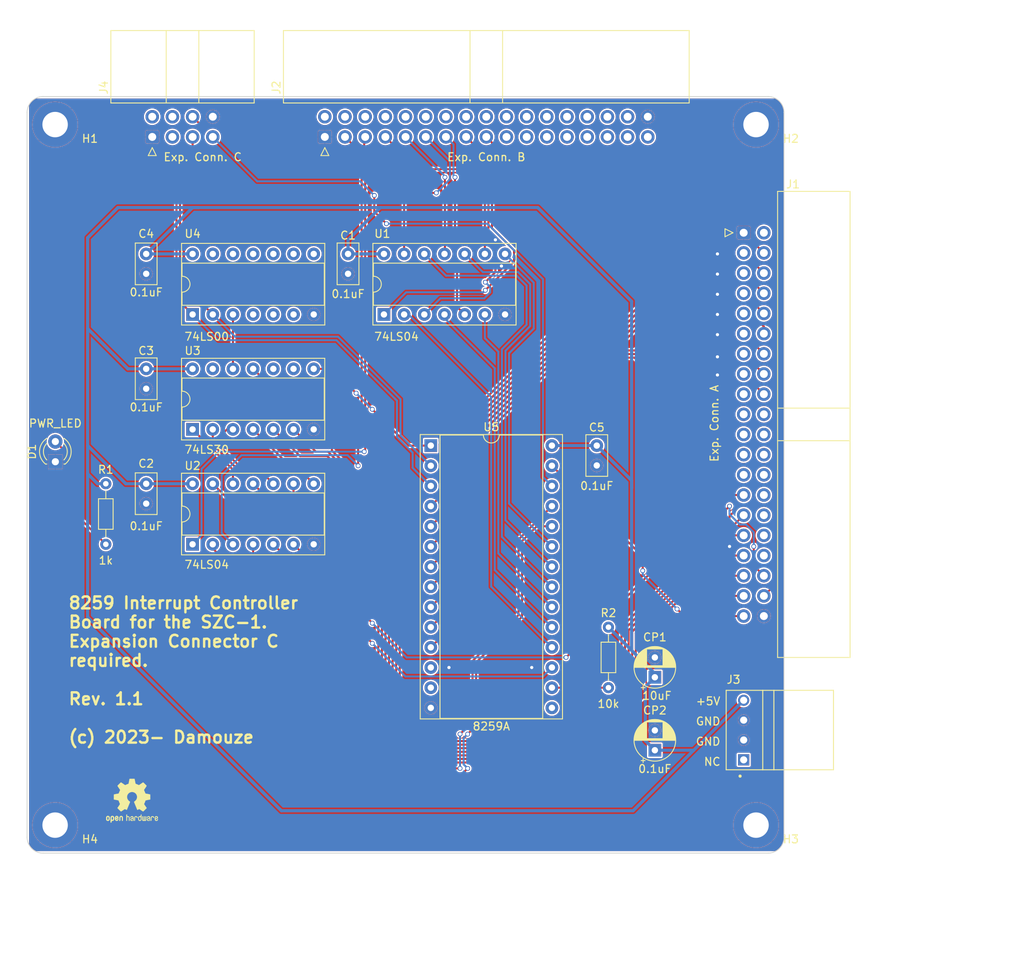
<source format=kicad_pcb>
(kicad_pcb (version 20221018) (generator pcbnew)
  (title_block (title "8259 Interrupt Controller Board for the SZC-1") (date "2024-03-10") (rev "1.1") (comment 1 "Expansion Connector C required"))
  (layers (0 "F.Cu" mixed) (31 "B.Cu" mixed) (34 "B.Paste" user) (35 "F.Paste" user) (36 "B.SilkS" user "B.Silkscreen") (37 "F.SilkS" user "F.Silkscreen") (38 "B.Mask" user) (39 "F.Mask" user) (44 "Edge.Cuts" user))
  (net 0 "")
  (net 1 "/+5V")
  (net 2 "/GND")
  (net 3 "/~{NMI}")
  (net 4 "/~{RESET}")
  (net 5 "/BUS_CLK")
  (net 6 "/CPU_CLK")
  (net 7 "/~{B_M1}")
  (net 8 "/~{B_IORQ}")
  (net 9 "/~{B_MREQ}")
  (net 10 "/~{B_WR}")
  (net 11 "/~{B_RD}")
  (net 12 "/~{WAIT}")
  (net 13 "/~{B_RFSH}")
  (net 14 "/A21")
  (net 15 "/A20")
  (net 16 "/A19")
  (net 17 "/A18")
  (net 18 "/A17")
  (net 19 "/A16")
  (net 20 "/USER2")
  (net 21 "/USER1")
  (net 22 "/USER3")
  (net 23 "/USER0")
  (net 24 "/B_D7")
  (net 25 "/B_D6")
  (net 26 "/B_D5")
  (net 27 "/B_D4")
  (net 28 "/B_D3")
  (net 29 "/B_D2")
  (net 30 "/B_D1")
  (net 31 "/B_D0")
  (net 32 "/B_A15")
  (net 33 "/B_A14")
  (net 34 "/B_A13")
  (net 35 "/B_A12")
  (net 36 "/~{INT7}")
  (net 37 "/B_A11")
  (net 38 "/~{INT6}")
  (net 39 "/B_A10")
  (net 40 "/~{INT5}")
  (net 41 "/B_A9")
  (net 42 "/~{INT4}")
  (net 43 "/B_A8")
  (net 44 "/~{INT3}")
  (net 45 "/B_A7")
  (net 46 "/~{INT2}")
  (net 47 "/B_A6")
  (net 48 "/B_A5")
  (net 49 "/B_A4")
  (net 50 "/B_A3")
  (net 51 "/B_A2")
  (net 52 "/B_A1")
  (net 53 "/B_A0")
  (net 54 "/~{INT0}")
  (net 55 "/~{INT1}")
  (net 56 "/USER15")
  (net 57 "/~{INT}")
  (net 58 "/~{B_BUSACK}")
  (net 59 "/USER14")
  (net 60 "/USER13")
  (net 61 "/USER12")
  (net 62 "/USER11")
  (net 63 "/USER10")
  (net 64 "/USER9")
  (net 65 "/USER8")
  (net 66 "/USER7")
  (net 67 "/A23")
  (net 68 "/USER6")
  (net 69 "/A22")
  (net 70 "/USER5")
  (net 71 "/USER4")
  (net 72 "/~{BUSREQ}")
  (net 73 "Net-(D1-A)")
  (net 76 "/~{MEMR}")
  (net 77 "/~{MEMW}")
  (net 78 "/~{IOR}")
  (net 79 "/~{IOW}")
  (net 80 "/~{INTA}")
  (net 81 "/~{PIC_PLUP}")
  (net 82 "/INT0")
  (net 83 "/INT1")
  (net 84 "/INT2")
  (net 85 "/INT3")
  (net 86 "/INT4")
  (net 87 "/INT5")
  (net 88 "/INT6")
  (net 89 "/INT7")
  (net 90 "/CPU_INT")
  (net 91 "/~{BA_1}")
  (net 92 "/~{BA_2}")
  (net 93 "/~{BA_3}")
  (net 94 "/~{PIC_CS}")
  (net 95 "/~{IOXS}")
  (footprint "MountingHole:MountingHole_3.2mm_M3_ISO7380_Pad" (layer "F.Cu") (at 28.925 28.925)
    (fp_text reference "H1")
    (fp_text value "MountingHole_Pad")
  )
  (footprint "Symbol:OSHW-Logo2_7.3x6mm_SilkScreen" (layer "F.Cu") (at 38.608 114.046)
    (fp_text reference "REF**" hide)
    (fp_text value "OSHW-Logo2_7.3x6mm_SilkScreen" hide)
  )
  (footprint "Resistor_THT:R_Axial_DIN0204_L3.6mm_D1.6mm_P7.62mm_Horizontal" (layer "F.Cu") (at 98.552 99.822 90)
    (fp_text reference "R2")
    (fp_text value "10k")
  )
  (footprint "Capacitor_THT:CP_Radial_D5.0mm_P2.50mm" (layer "F.Cu") (at 104.394 98.512 90)
    (fp_text reference "CP1")
    (fp_text value "10uF")
  )
  (footprint "Package_DIP:DIP-14_W7.62mm_Socket" (layer "F.Cu") (at 46.223 81.768 90)
    (fp_text reference "U2")
    (fp_text value "74LS04")
  )
  (footprint "Package_DIP:DIP-14_W7.62mm_Socket" (layer "F.Cu") (at 70.302 52.832 90)
    (fp_text reference "U1")
    (fp_text value "74LS04")
  )
  (footprint "Capacitor_THT:C_Disc_D5.0mm_W2.5mm_P2.50mm" (layer "F.Cu") (at 40.386 74.148 -90)
    (fp_text reference "C2")
    (fp_text value "0.1uF")
  )
  (footprint "Capacitor_THT:C_Disc_D5.0mm_W2.5mm_P2.50mm" (layer "F.Cu") (at 97.084 69.342 -90)
    (fp_text reference "C5")
    (fp_text value "0.1uF")
  )
  (footprint "Resistor_THT:R_Axial_DIN0204_L3.6mm_D1.6mm_P7.62mm_Horizontal" (layer "F.Cu") (at 35.306 74.148 -90)
    (fp_text reference "R1")
    (fp_text value "1k")
  )
  (footprint "Capacitor_THT:C_Disc_D5.0mm_W2.5mm_P2.50mm" (layer "F.Cu") (at 40.386 59.68 -90)
    (fp_text reference "C3")
    (fp_text value "0.1uF")
  )
  (footprint "Package_DIP:DIP-14_W7.62mm_Socket" (layer "F.Cu") (at 46.223 67.3 90)
    (fp_text reference "U3")
    (fp_text value "74LS30")
  )
  (footprint "MountingHole:MountingHole_3.2mm_M3_ISO7380_Pad" (layer "F.Cu") (at 117.125 28.925)
    (fp_text reference "H2")
    (fp_text value "MountingHole_Pad")
  )
  (footprint "LED_THT:LED_D3.0mm" (layer "F.Cu") (at 28.956 71.374 90)
    (fp_text reference "D1")
    (fp_text value "PWR_LED")
  )
  (footprint "Connector_IDC:IDC-Header_2x04_P2.54mm_Horizontal" (layer "F.Cu") (at 41.148 30.48 90)
    (fp_text reference "J4")
    (fp_text value "Exp. Conn. C")
  )
  (footprint "Capacitor_THT:C_Disc_D5.0mm_W2.5mm_P2.50mm" (layer "F.Cu") (at 40.386 45.212 -90)
    (fp_text reference "C4")
    (fp_text value "0.1uF")
  )
  (footprint "Connector_IDC:IDC-Header_2x20_P2.54mm_Horizontal" (layer "F.Cu") (at 115.57 42.545)
    (fp_text reference "J1")
    (fp_text value "Exp. Conn. A")
  )
  (footprint "Package_DIP:DIP-14_W7.62mm_Socket" (layer "F.Cu") (at 46.228 52.832 90)
    (fp_text reference "U4")
    (fp_text value "74LS00")
  )
  (footprint "footprints:TE_171826-4" (layer "F.Cu") (at 120.12 105.156 90)
    (fp_text reference "J3")
    (fp_text value "Power")
  )
  (footprint "Capacitor_THT:C_Disc_D5.0mm_W2.5mm_P2.50mm" (layer "F.Cu") (at 65.786 45.212 -90)
    (fp_text reference "C1")
    (fp_text value "0.1uF")
  )
  (footprint "Capacitor_THT:CP_Radial_D5.0mm_P2.50mm" (layer "F.Cu") (at 104.394 107.696 90)
    (fp_text reference "CP2")
    (fp_text value "0.1uF")
  )
  (footprint "Package_DIP:DIP-28_W15.24mm_Socket" (layer "F.Cu") (at 76.2 69.342)
    (fp_text reference "U5")
    (fp_text value "8259A")
  )
  (footprint "MountingHole:MountingHole_3.2mm_M3_ISO7380_Pad" (layer "F.Cu") (at 28.925 117.125)
    (fp_text reference "H4")
    (fp_text value "MountingHole_Pad")
  )
  (footprint "Connector_IDC:IDC-Header_2x17_P2.54mm_Horizontal" (layer "F.Cu") (at 62.865 30.48 90)
    (fp_text reference "J2")
    (fp_text value "Exp. Conn. B")
  )
  (footprint "MountingHole:MountingHole_3.2mm_M3_ISO7380_Pad" (layer "F.Cu") (at 117.125 117.125)
    (fp_text reference "H3")
    (fp_text value "MountingHole_Pad")
  )
  (gr_line (start 25.4 27.4) (end 25.4 118.65) (stroke (width 0.1)) (layer "Edge.Cuts"))
  (gr_line (start 120.65 27.4) (end 120.65 118.65) (stroke (width 0.1)) (layer "Edge.Cuts"))
  (gr_arc (start 120.65 118.65) (mid 120.064214 120.064214) (end 118.65 120.65) (stroke (width 0.1)) (layer "Edge.Cuts"))
  (gr_arc (start 27.4 120.65) (mid 25.985786 120.064214) (end 25.4 118.65) (stroke (width 0.1)) (layer "Edge.Cuts"))
  (gr_arc (start 25.4 27.4) (mid 25.985786 25.985786) (end 27.4 25.4) (stroke (width 0.1)) (layer "Edge.Cuts"))
  (gr_arc (start 118.65 25.4) (mid 120.064214 25.985786) (end 120.65 27.4) (stroke (width 0.1)) (layer "Edge.Cuts"))
  (gr_line (start 27.4 120.65) (end 118.65 120.65) (stroke (width 0.1)) (layer "Edge.Cuts"))
  (gr_line (start 27.4 25.4) (end 118.65 25.4) (stroke (width 0.1)) (layer "Edge.Cuts"))
  (gr_text "GND\n" (at 109.474 107.188) (layer "F.SilkS") (effects (font (size 1 1)) (justify left bottom)))
  (gr_text "NC" (at 110.49 109.728) (layer "F.SilkS") (effects (font (size 1 1)) (justify left bottom)))
  (gr_text "GND" (at 109.474 104.648) (layer "F.SilkS") (effects (font (size 1 1)) (justify left bottom)))
  (gr_text "+5V\n" (at 109.474 102.108) (layer "F.SilkS") (effects (font (size 1 1)) (justify left bottom)))
  (gr_text "8259 Interrupt Controller\nBoard for the SZC-1. \nExpansion Connector C\nrequired.\n\nRev. ${REVISION}\n\n(c) 2023- Damouze\n" (at 30.48 106.934) (layer "F.SilkS") (effects (font (size 1.5 1.5) (thickness 0.3) bold) (justify left bottom)))
  (segment (start 34.27 74.148) (end 33.02 72.898) (width 0.4) (layer "B.Cu") (net 1))
  (segment (start 101.473 74.676) (end 101.473 73.731) (width 0.4) (layer "B.Cu") (net 1))
  (segment (start 101.473 95.123) (end 98.552 92.202) (width 0.4) (layer "B.Cu") (net 1))
  (segment (start 65.786 45.252) (end 65.786 43.434) (width 0.4) (layer "B.Cu") (net 1))
  (segment (start 89.662 39.37) (end 69.85 39.37) (width 0.4) (layer "B.Cu") (net 1))
  (segment (start 69.85 39.37) (end 46.99 39.37) (width 0.4) (layer "B.Cu") (net 1))
  (segment (start 109.28 107.696) (end 104.394 107.696) (width 0.4) (layer "B.Cu") (net 1))
  (segment (start 33.02 43.18) (end 33.02 54.61) (width 0.4) (layer "B.Cu") (net 1))
  (segment (start 46.99 39.37) (end 36.83 39.37) (width 0.4) (layer "B.Cu") (net 1))
  (segment (start 104.394 98.044) (end 101.473 95.123) (width 0.4) (layer "B.Cu") (net 1))
  (segment (start 57.404 115.316) (end 33.02 90.932) (width 0.4) (layer "B.Cu") (net 1))
  (segment (start 37.826 74.148) (end 40.386 74.148) (width 0.4) (layer "B.Cu") (net 1))
  (segment (start 104.394 98.512) (end 104.394 98.044) (width 0.4) (layer "B.Cu") (net 1))
  (segment (start 101.66 115.316) (end 57.404 115.316) (width 0.4) (layer "B.Cu") (net 1))
  (segment (start 101.473 51.181) (end 89.662 39.37) (width 0.4) (layer "B.Cu") (net 1))
  (segment (start 36.83 39.37) (end 33.02 43.18) (width 0.4) (layer "B.Cu") (net 1))
  (segment (start 35.306 74.148) (end 34.27 74.148) (width 0.4) (layer "B.Cu") (net 1))
  (segment (start 103.194 99.712) (end 104.394 98.512) (width 0.4) (layer "B.Cu") (net 1))
  (segment (start 65.786 43.434) (end 69.85 39.37) (width 0.4) (layer "B.Cu") (net 1))
  (segment (start 33.02 69.342) (end 33.02 54.61) (width 0.4) (layer "B.Cu") (net 1))
  (segment (start 46.228 39.37) (end 46.99 39.37) (width 0.4) (layer "B.Cu") (net 1))
  (segment (start 33.02 54.61) (end 38.09 59.68) (width 0.4) (layer "B.Cu") (net 1))
  (segment (start 40.386 45.212) (end 46.228 39.37) (width 0.4) (layer "B.Cu") (net 1))
  (segment (start 103.194 106.496) (end 103.194 99.712) (width 0.4) (layer "B.Cu") (net 1))
  (segment (start 33.02 90.932) (end 33.02 72.898) (width 0.4) (layer "B.Cu") (net 1))
  (segment (start 109.28 107.696) (end 101.66 115.316) (width 0.4) (layer "B.Cu") (net 1))
  (segment (start 65.786 45.212) (end 70.302 45.212) (width 0.4) (layer "B.Cu") (net 1))
  (segment (start 40.386 45.212) (end 46.228 45.212) (width 0.4) (layer "B.Cu") (net 1))
  (segment (start 46.223 59.68) (end 40.386 59.68) (width 0.4) (layer "B.Cu") (net 1))
  (segment (start 38.09 59.68) (end 40.386 59.68) (width 0.4) (layer "B.Cu") (net 1))
  (segment (start 101.473 73.731) (end 97.084 69.342) (width 0.4) (layer "B.Cu") (net 1))
  (segment (start 33.02 69.342) (end 37.826 74.148) (width 0.4) (layer "B.Cu") (net 1))
  (segment (start 40.386 74.148) (end 46.223 74.148) (width 0.4) (layer "B.Cu") (net 1))
  (segment (start 115.57 101.406) (end 109.28 107.696) (width 0.4) (layer "B.Cu") (net 1))
  (segment (start 101.473 95.123) (end 101.473 74.676) (width 0.4) (layer "B.Cu") (net 1))
  (segment (start 104.394 107.696) (end 103.194 106.496) (width 0.4) (layer "B.Cu") (net 1))
  (segment (start 97.084 69.342) (end 91.44 69.342) (width 0.4) (layer "B.Cu") (net 1))
  (segment (start 101.473 74.676) (end 101.473 51.181) (width 0.4) (layer "B.Cu") (net 1))
  (segment (start 33.02 72.898) (end 33.02 69.342) (width 0.4) (layer "B.Cu") (net 1))
  (via (at 78.486 97.282) (size 0.6) (drill 0.4) (layers "F.Cu" "B.Cu") (net 2))
  (via (at 88.9 97.282) (size 0.6) (drill 0.4) (layers "F.Cu" "B.Cu") (net 2))
  (via (at 112.268 60.452) (size 0.6) (drill 0.4) (layers "F.Cu" "B.Cu") (net 2))
  (via (at 112.268 55.372) (size 0.6) (drill 0.4) (layers "F.Cu" "B.Cu") (net 2))
  (via (at 112.268 45.212) (size 0.6) (drill 0.4) (layers "F.Cu" "B.Cu") (net 2))
  (via (at 112.268 52.832) (size 0.6) (drill 0.4) (layers "F.Cu" "B.Cu") (net 2))
  (via (at 113.792 82.042) (size 0.6) (drill 0.4) (layers "F.Cu" "B.Cu") (net 2))
  (via (at 112.268 47.752) (size 0.6) (drill 0.4) (layers "F.Cu" "B.Cu") (net 2))
  (via (at 112.268 58.166) (size 0.6) (drill 0.4) (layers "F.Cu" "B.Cu") (net 2))
  (via (at 112.268 50.292) (size 0.6) (drill 0.4) (layers "F.Cu" "B.Cu") (net 2))
  (via (at 85.09 46.736) (size 0.6) (drill 0.4) (layers "F.Cu" "B.Cu") (net 2))
  (via (at 84.328 43.434) (size 0.6) (drill 0.4) (layers "F.Cu" "B.Cu") (net 2))
  (segment (start 116.935 43.91) (end 110.268 43.91) (width 0.25) (layer "F.Cu") (net 24))
  (segment (start 91.386973 55.118) (end 77.325 69.179973) (width 0.25) (layer "F.Cu") (net 24))
  (segment (start 77.325 69.179973) (end 77.325 75.837) (width 0.25) (layer "F.Cu") (net 24))
  (segment (start 110.268 43.91) (end 99.06 55.118) (width 0.25) (layer "F.Cu") (net 24))
  (segment (start 99.06 55.118) (end 91.386973 55.118) (width 0.25) (layer "F.Cu") (net 24))
  (segment (start 77.325 75.837) (end 76.2 76.962) (width 0.25) (layer "F.Cu") (net 24))
  (segment (start 118.11 45.085) (end 116.935 43.91) (width 0.25) (layer "F.Cu") (net 24))
  (segment (start 91.573369 55.568) (end 77.775 69.366369) (width 0.25) (layer "F.Cu") (net 25))
  (segment (start 77.775 69.366369) (end 77.775 77.927) (width 0.25) (layer "F.Cu") (net 25))
  (segment (start 77.775 77.927) (end 76.2 79.502) (width 0.25) (layer "F.Cu") (net 25))
  (segment (start 118.11 47.625) (end 116.935 46.45) (width 0.25) (layer "F.Cu") (net 25))
  (segment (start 108.364396 46.45) (end 99.246396 55.568) (width 0.25) (layer "F.Cu") (net 25))
  (segment (start 116.935 46.45) (end 108.364396 46.45) (width 0.25) (layer "F.Cu") (net 25))
  (segment (start 99.246396 55.568) (end 91.573369 55.568) (width 0.25) (layer "F.Cu") (net 25))
  (segment (start 91.759765 56.018) (end 78.225 69.552765) (width 0.25) (layer "F.Cu") (net 26))
  (segment (start 116.745 48.8) (end 106.650792 48.8) (width 0.25) (layer "F.Cu") (net 26))
  (segment (start 99.432792 56.018) (end 91.759765 56.018) (width 0.25) (layer "F.Cu") (net 26))
  (segment (start 78.225 80.017) (end 76.2 82.042) (width 0.25) (layer "F.Cu") (net 26))
  (segment (start 106.650792 48.8) (end 99.432792 56.018) (width 0.25) (layer "F.Cu") (net 26))
  (segment (start 118.11 50.165) (end 116.745 48.8) (width 0.25) (layer "F.Cu") (net 26))
  (segment (start 78.225 69.552765) (end 78.225 80.017) (width 0.25) (layer "F.Cu") (net 26))
  (segment (start 91.946161 56.468) (end 78.675 69.739161) (width 0.25) (layer "F.Cu") (net 27))
  (segment (start 104.557188 51.53) (end 99.619188 56.468) (width 0.25) (layer "F.Cu") (net 27))
  (segment (start 118.11 52.705) (end 116.935 51.53) (width 0.25) (layer "F.Cu") (net 27))
  (segment (start 78.675 69.739161) (end 78.675 82.107) (width 0.25) (layer "F.Cu") (net 27))
  (segment (start 78.675 82.107) (end 76.2 84.582) (width 0.25) (layer "F.Cu") (net 27))
  (segment (start 99.619188 56.468) (end 91.946161 56.468) (width 0.25) (layer "F.Cu") (net 27))
  (segment (start 116.935 51.53) (end 104.557188 51.53) (width 0.25) (layer "F.Cu") (net 27))
  (segment (start 117.634 53.88) (end 102.843584 53.88) (width 0.25) (layer "F.Cu") (net 28))
  (segment (start 118.11 55.245) (end 118.11 54.356) (width 0.25) (layer "F.Cu") (net 28))
  (segment (start 92.132557 56.918) (end 79.125 69.925557) (width 0.25) (layer "F.Cu") (net 28))
  (segment (start 99.805584 56.918) (end 92.132557 56.918) (width 0.25) (layer "F.Cu") (net 28))
  (segment (start 102.843584 53.88) (end 99.805584 56.918) (width 0.25) (layer "F.Cu") (net 28))
  (segment (start 79.125 84.197) (end 76.2 87.122) (width 0.25) (layer "F.Cu") (net 28))
  (segment (start 118.11 54.356) (end 117.634 53.88) (width 0.25) (layer "F.Cu") (net 28))
  (segment (start 79.125 69.925557) (end 79.125 84.197) (width 0.25) (layer "F.Cu") (net 28))
  (segment (start 79.575 70.111953) (end 79.575 86.287) (width 0.25) (layer "F.Cu") (net 29))
  (segment (start 79.575 86.287) (end 76.2 89.662) (width 0.25) (layer "F.Cu") (net 29))
  (segment (start 101.89 57.368) (end 92.318953 57.368) (width 0.25) (layer "F.Cu") (net 29))
  (segment (start 92.318953 57.368) (end 79.575 70.111953) (width 0.25) (layer "F.Cu") (net 29))
  (segment (start 118.11 57.785) (end 116.935 56.61) (width 0.25) (layer "F.Cu") (net 29))
  (segment (start 116.935 56.61) (end 102.648 56.61) (width 0.25) (layer "F.Cu") (net 29))
  (segment (start 102.648 56.61) (end 101.89 57.368) (width 0.25) (layer "F.Cu") (net 29))
  (segment (start 80.025 88.377) (end 76.2 92.202) (width 0.25) (layer "F.Cu") (net 30))
  (segment (start 118.11 60.325) (end 116.935 59.15) (width 0.25) (layer "F.Cu") (net 30))
  (segment (start 80.025 70.298349) (end 80.025 88.377) (width 0.25) (layer "F.Cu") (net 30))
  (segment (start 102.014 57.818) (end 92.505349 57.818) (width 0.25) (layer "F.Cu") (net 30))
  (segment (start 116.935 59.15) (end 103.346 59.15) (width 0.25) (layer "F.Cu") (net 30))
  (segment (start 103.346 59.15) (end 102.014 57.818) (width 0.25) (layer "F.Cu") (net 30))
  (segment (start 92.505349 57.818) (end 80.025 70.298349) (width 0.25) (layer "F.Cu") (net 30))
  (segment (start 116.935 61.69) (end 105.249604 61.69) (width 0.25) (layer "F.Cu") (net 31))
  (segment (start 80.475 70.484745) (end 80.475 90.467) (width 0.25) (layer "F.Cu") (net 31))
  (segment (start 92.691745 58.268) (end 80.475 70.484745) (width 0.25) (layer "F.Cu") (net 31))
  (segment (start 118.11 62.865) (end 116.935 61.69) (width 0.25) (layer "F.Cu") (net 31))
  (segment (start 105.249604 61.69) (end 101.827604 58.268) (width 0.25) (layer "F.Cu") (net 31))
  (segment (start 101.827604 58.268) (end 92.691745 58.268) (width 0.25) (layer "F.Cu") (net 31))
  (segment (start 80.475 90.467) (end 76.2 94.742) (width 0.25) (layer "F.Cu") (net 31))
  (segment (start 67.495 67.31) (end 67.056 67.749) (width 0.25) (layer "F.Cu") (net 36))
  (segment (start 65.405 30.48) (end 67.495 32.57) (width 0.25) (layer "F.Cu") (net 36))
  (segment (start 67.495 32.57) (end 67.495 67.31) (width 0.25) (layer "F.Cu") (net 36))
  (segment (start 67.056 67.749) (end 67.056 71.882) (width 0.25) (layer "F.Cu") (net 36))
  (via (at 67.056 71.882) (size 0.6) (drill 0.4) (layers "F.Cu" "B.Cu") (net 36))
  (segment (start 49.888 80.353) (end 51.303 81.768) (width 0.25) (layer "B.Cu") (net 36))
  (segment (start 65.728 70.554) (end 52.382 70.554) (width 0.25) (layer "B.Cu") (net 36))
  (segment (start 52.382 70.554) (end 49.888 73.048) (width 0.25) (layer "B.Cu") (net 36))
  (segment (start 67.056 71.882) (end 65.728 70.554) (width 0.25) (layer "B.Cu") (net 36))
  (segment (start 49.888 73.048) (end 49.888 80.353) (width 0.25) (layer "B.Cu") (net 36))
  (segment (start 67.945 32.383604) (end 67.945 69.977) (width 0.25) (layer "F.Cu") (net 38))
  (segment (start 67.818 70.104) (end 67.945 69.977) (width 0.25) (layer "F.Cu") (net 38))
  (segment (start 67.945 30.48) (end 67.818 30.607) (width 0.25) (layer "F.Cu") (net 38))
  (segment (start 67.818 32.256604) (end 67.945 32.383604) (width 0.25) (layer "F.Cu") (net 38))
  (segment (start 67.818 30.607) (end 67.818 32.256604) (width 0.25) (layer "F.Cu") (net 38))
  (via (at 67.818 70.104) (size 0.6) (drill 0.4) (layers "F.Cu" "B.Cu") (net 38))
  (segment (start 67.818 70.104) (end 49.53 70.104) (width 0.25) (layer "B.Cu") (net 38))
  (segment (start 47.348 72.286) (end 47.348 80.643) (width 0.25) (layer "B.Cu") (net 38))
  (segment (start 47.348 80.643) (end 46.223 81.768) (width 0.25) (layer "B.Cu") (net 38))
  (segment (start 49.53 70.104) (end 47.348 72.286) (width 0.25) (layer "B.Cu") (net 38))
  (segment (start 74.549 34.544) (end 80.772 34.544) (width 0.25) (layer "F.Cu") (net 40))
  (segment (start 80.772 34.544) (end 83.002 36.774) (width 0.25) (layer "F.Cu") (net 40))
  (segment (start 83.002 36.774) (end 83.002 45.212) (width 0.25) (layer "F.Cu") (net 40))
  (segment (start 70.485 30.48) (end 74.549 34.544) (width 0.25) (layer "F.Cu") (net 40))
  (segment (start 77.922 45.212) (end 77.978 45.156) (width 0.25) (layer "F.Cu") (net 42))
  (segment (start 77.978 45.156) (end 77.978 35.56) (width 0.25) (layer "F.Cu") (net 42))
  (via (at 77.978 35.56) (size 0.6) (drill 0.4) (layers "F.Cu" "B.Cu") (net 42))
  (segment (start 77.978 35.56) (end 77.978 35.433) (width 0.25) (layer "B.Cu") (net 42))
  (segment (start 77.978 35.433) (end 73.025 30.48) (width 0.25) (layer "B.Cu") (net 42))
  (segment (start 76.895942 37.525942) (end 73.980058 37.525942) (width 0.25) (layer "F.Cu") (net 44))
  (segment (start 72.842 38.664) (end 72.842 45.212) (width 0.25) (layer "F.Cu") (net 44))
  (segment (start 73.980058 37.525942) (end 72.842 38.664) (width 0.25) (layer "F.Cu") (net 44))
  (via (at 76.895942 37.525942) (size 0.6) (drill 0.4) (layers "F.Cu" "B.Cu") (net 44))
  (segment (start 78.603 33.518) (end 75.565 30.48) (width 0.25) (layer "B.Cu") (net 44))
  (segment (start 78.603 35.818884) (end 78.603 33.518) (width 0.25) (layer "B.Cu") (net 44))
  (segment (start 76.895942 37.525942) (end 78.603 35.818884) (width 0.25) (layer "B.Cu") (net 44))
  (segment (start 53.843 59.68) (end 54.968 60.805) (width 0.25) (layer "F.Cu") (net 45))
  (segment (start 72.296 78.514812) (end 72.296 100.615604) (width 0.25) (layer "F.Cu") (net 45))
  (segment (start 54.968 60.805) (end 57.249 60.805) (width 0.25) (layer "F.Cu") (net 45))
  (segment (start 63.754 67.31) (end 63.754 69.972812) (width 0.25) (layer "F.Cu") (net 45))
  (segment (start 100.192 99.957208) (end 100.192 92.210208) (width 0.25) (layer "F.Cu") (net 45))
  (segment (start 113.341302 79.060906) (end 113.341302 77.412698) (width 0.25) (layer "F.Cu") (net 45))
  (segment (start 72.296 100.615604) (end 78.222396 106.542) (width 0.25) (layer "F.Cu") (net 45))
  (segment (start 113.341302 77.412698) (end 113.792 76.962) (width 0.25) (layer "F.Cu") (net 45))
  (segment (start 118.11 85.725) (end 116.84 84.455) (width 0.25) (layer "F.Cu") (net 45))
  (segment (start 93.607208 106.542) (end 100.192 99.957208) (width 0.25) (layer "F.Cu") (net 45))
  (segment (start 57.249 60.805) (end 63.754 67.31) (width 0.25) (layer "F.Cu") (net 45))
  (segment (start 78.222396 106.542) (end 93.607208 106.542) (width 0.25) (layer "F.Cu") (net 45))
  (segment (start 116.84 84.455) (end 116.84 82.042) (width 0.25) (layer "F.Cu") (net 45))
  (segment (start 63.754 69.972812) (end 72.296 78.514812) (width 0.25) (layer "F.Cu") (net 45))
  (segment (start 100.192 92.210208) (end 113.341302 79.060906) (width 0.25) (layer "F.Cu") (net 45))
  (via (at 116.84 82.042) (size 0.6) (drill 0.4) (layers "F.Cu" "B.Cu") (net 45))
  (via (at 113.792 76.962) (size 0.6) (drill 0.4) (layers "F.Cu" "B.Cu") (net 45))
  (segment (start 115.866701 79.28) (end 115.083299 79.28) (width 0.25) (layer "B.Cu") (net 45))
  (segment (start 115.083299 79.28) (end 113.792 77.988701) (width 0.25) (layer "B.Cu") (net 45))
  (segment (start 116.84 82.042) (end 116.84 80.253299) (width 0.25) (layer "B.Cu") (net 45))
  (segment (start 116.84 80.253299) (end 115.866701 79.28) (width 0.25) (layer "B.Cu") (net 45))
  (segment (start 113.792 77.988701) (end 113.792 76.962) (width 0.25) (layer "B.Cu") (net 45))
  (segment (start 79.502 51.872) (end 80.462 52.832) (width 0.25) (layer "F.Cu") (net 46))
  (segment (start 79.248 44.657009) (end 79.337 44.746009) (width 0.25) (layer "F.Cu") (net 46))
  (segment (start 79.337 44.746009) (end 79.337 45.677991) (width 0.25) (layer "F.Cu") (net 46))
  (segment (start 79.337 45.677991) (end 79.502 45.842991) (width 0.25) (layer "F.Cu") (net 46))
  (segment (start 79.502 45.842991) (end 79.502 51.872) (width 0.25) (layer "F.Cu") (net 46))
  (segment (start 79.248 35.56) (end 79.248 44.657009) (width 0.25) (layer "F.Cu") (net 46))
  (via (at 79.248 35.56) (size 0.6) (drill 0.4) (layers "F.Cu" "B.Cu") (net 46))
  (segment (start 79.248 35.56) (end 79.053 35.365) (width 0.25) (layer "B.Cu") (net 46))
  (segment (start 79.053 31.428) (end 78.105 30.48) (width 0.25) (layer "B.Cu") (net 46))
  (segment (start 79.053 35.365) (end 79.053 31.428) (width 0.25) (layer "B.Cu") (net 46))
  (segment (start 93.793604 106.992) (end 78.036 106.992) (width 0.25) (layer "F.Cu") (net 47))
  (segment (start 116.056701 76.93) (end 115.083299 76.93) (width 0.25) (layer "F.Cu") (net 47))
  (segment (start 63.248792 70.104) (end 61.727 70.104) (width 0.25) (layer "F.Cu") (net 47))
  (segment (start 71.846 100.802) (end 71.846 78.701208) (width 0.25) (layer "F.Cu") (net 47))
  (segment (start 113.791302 78.221997) (end 113.792 78.222695) (width 0.25) (layer "F.Cu") (net 47))
  (segment (start 118.11 88.265) (end 119.285 87.09) (width 0.25) (layer "F.Cu") (net 47))
  (segment (start 119.285 79.968299) (end 118.596701 79.28) (width 0.25) (layer "F.Cu") (net 47))
  (segment (start 117.623299 79.28) (end 116.745 78.401701) (width 0.25) (layer "F.Cu") (net 47))
  (segment (start 116.745 78.401701) (end 116.745 77.618299) (width 0.25) (layer "F.Cu") (net 47))
  (segment (start 116.745 77.618299) (end 116.056701 76.93) (width 0.25) (layer "F.Cu") (net 47))
  (segment (start 78.036 106.992) (end 71.846 100.802) (width 0.25) (layer "F.Cu") (net 47))
  (segment (start 100.642 100.143604) (end 93.793604 106.992) (width 0.25) (layer "F.Cu") (net 47))
  (segment (start 119.285 87.09) (end 119.285 79.968299) (width 0.25) (layer "F.Cu") (net 47))
  (segment (start 113.792 78.222695) (end 113.792 79.246604) (width 0.25) (layer "F.Cu") (net 47))
  (segment (start 71.846 78.701208) (end 63.248792 70.104) (width 0.25) (layer "F.Cu") (net 47))
  (segment (start 115.083299 76.93) (end 113.791302 78.221997) (width 0.25) (layer "F.Cu") (net 47))
  (segment (start 113.792 79.246604) (end 100.642 92.396604) (width 0.25) (layer "F.Cu") (net 47))
  (segment (start 61.727 70.104) (end 58.923 67.3) (width 0.25) (layer "F.Cu") (net 47))
  (segment (start 118.596701 79.28) (end 117.623299 79.28) (width 0.25) (layer "F.Cu") (net 47))
  (segment (start 100.642 92.396604) (end 100.642 100.143604) (width 0.25) (layer "F.Cu") (net 47))
  (segment (start 101.092 92.583) (end 101.092 100.33) (width 0.25) (layer "F.Cu") (net 48))
  (segment (start 63.178396 70.67) (end 59.753 70.67) (width 0.25) (layer "F.Cu") (net 48))
  (segment (start 101.092 100.33) (end 93.98 107.442) (width 0.25) (layer "F.Cu") (net 48))
  (segment (start 71.396 101.108416) (end 71.396 85.568812) (width 0.25) (layer "F.Cu") (net 48))
  (segment (start 93.98 107.442) (end 77.729584 107.442) (width 0.25) (layer "F.Cu") (net 48))
  (segment (start 77.729584 107.442) (end 71.396 101.108416) (width 0.25) (layer "F.Cu") (net 48))
  (segment (start 59.753 70.67) (end 56.383 67.3) (width 0.25) (layer "F.Cu") (net 48))
  (segment (start 71.316 85.488812) (end 71.316 78.807604) (width 0.25) (layer "F.Cu") (net 48))
  (segment (start 71.396 85.568812) (end 71.316 85.488812) (width 0.25) (layer "F.Cu") (net 48))
  (segment (start 71.316 78.807604) (end 63.178396 70.67) (width 0.25) (layer "F.Cu") (net 48))
  (segment (start 115.57 78.105) (end 101.092 92.583) (width 0.25) (layer "F.Cu") (net 48))
  (segment (start 62.992 71.12) (end 57.663 71.12) (width 0.25) (layer "F.Cu") (net 49))
  (segment (start 94.166396 107.892) (end 77.543188 107.892) (width 0.25) (layer "F.Cu") (net 49))
  (segment (start 70.866 85.675208) (end 70.866 78.994) (width 0.25) (layer "F.Cu") (net 49))
  (segment (start 113.666396 80.645) (end 101.542 92.769396) (width 0.25) (layer "F.Cu") (net 49))
  (segment (start 77.543188 107.892) (end 70.946 101.294812) (width 0.25) (layer "F.Cu") (net 49))
  (segment (start 70.946 101.294812) (end 70.946 85.755208) (width 0.25) (layer "F.Cu") (net 49))
  (segment (start 101.542 100.516396) (end 94.166396 107.892) (width 0.25) (layer "F.Cu") (net 49))
  (segment (start 115.57 80.645) (end 113.666396 80.645) (width 0.25) (layer "F.Cu") (net 49))
  (segment (start 57.663 71.12) (end 53.843 67.3) (width 0.25) (layer "F.Cu") (net 49))
  (segment (start 70.866 78.994) (end 62.992 71.12) (width 0.25) (layer "F.Cu") (net 49))
  (segment (start 101.542 92.769396) (end 101.542 100.516396) (width 0.25) (layer "F.Cu") (net 49))
  (segment (start 70.946 85.755208) (end 70.866 85.675208) (width 0.25) (layer "F.Cu") (net 49))
  (segment (start 77.356792 108.342) (end 70.496 101.481208) (width 0.25) (layer "F.Cu") (net 50))
  (segment (start 70.358 85.803604) (end 70.358 85.745604) (width 0.25) (layer "F.Cu") (net 50))
  (segment (start 94.352792 108.342) (end 77.356792 108.342) (width 0.25) (layer "F.Cu") (net 50))
  (segment (start 61.33 78.094) (end 58.923 75.687) (width 0.25) (layer "F.Cu") (net 50))
  (segment (start 111.762792 83.185) (end 101.992 92.955792) (width 0.25) (layer "F.Cu") (net 50))
  (segment (start 58.923 75.687) (end 58.923 74.148) (width 0.25) (layer "F.Cu") (net 50))
  (segment (start 70.496 85.941604) (end 70.358 85.803604) (width 0.25) (layer "F.Cu") (net 50))
  (segment (start 70.496 101.481208) (end 70.496 85.941604) (width 0.25) (layer "F.Cu") (net 50))
  (segment (start 115.57 83.185) (end 111.762792 83.185) (width 0.25) (layer "F.Cu") (net 50))
  (segment (start 101.992 92.955792) (end 101.992 100.702792) (width 0.25) (layer "F.Cu") (net 50))
  (segment (start 70.358 85.745604) (end 62.706396 78.094) (width 0.25) (layer "F.Cu") (net 50))
  (segment (start 62.706396 78.094) (end 61.33 78.094) (width 0.25) (layer "F.Cu") (net 50))
  (segment (start 101.992 100.702792) (end 94.352792 108.342) (width 0.25) (layer "F.Cu") (net 50))
  (segment (start 109.859188 85.725) (end 102.442 93.142188) (width 0.25) (layer "F.Cu") (net 51))
  (segment (start 102.442 93.142188) (end 102.442 100.889188) (width 0.25) (layer "F.Cu") (net 51))
  (segment (start 70.046 86.128) (end 62.462 78.544) (width 0.25) (layer "F.Cu") (net 51))
  (segment (start 70.046 101.667604) (end 70.046 86.128) (width 0.25) (layer "F.Cu") (net 51))
  (segment (start 94.539188 108.792) (end 77.170396 108.792) (width 0.25) (layer "F.Cu") (net 51))
  (segment (start 62.462 78.544) (end 58.239 78.544) (width 0.25) (layer "F.Cu") (net 51))
  (segment (start 102.442 100.889188) (end 94.539188 108.792) (width 0.25) (layer "F.Cu") (net 51))
  (segment (start 115.57 85.725) (end 109.859188 85.725) (width 0.25) (layer "F.Cu") (net 51))
  (segment (start 58.239 78.544) (end 53.843 74.148) (width 0.25) (layer "F.Cu") (net 51))
  (segment (start 77.170396 108.792) (end 70.046 101.667604) (width 0.25) (layer "F.Cu") (net 51))
  (segment (start 69.596 86.382) (end 62.208 78.994) (width 0.25) (layer "F.Cu") (net 52))
  (segment (start 53.609 78.994) (end 48.763 74.148) (width 0.25) (layer "F.Cu") (net 52))
  (segment (start 102.892 101.075584) (end 94.725584 109.242) (width 0.25) (layer "F.Cu") (net 52))
  (segment (start 102.892 93.328584) (end 102.892 101.075584) (width 0.25) (layer "F.Cu") (net 52))
  (segment (start 76.984 109.242) (end 69.596 101.854) (width 0.25) (layer "F.Cu") (net 52))
  (segment (start 107.955584 88.265) (end 102.892 93.328584) (width 0.25) (layer "F.Cu") (net 52))
  (segment (start 115.57 88.265) (end 107.955584 88.265) (width 0.25) (layer "F.Cu") (net 52))
  (segment (start 69.596 101.854) (end 69.596 86.382) (width 0.25) (layer "F.Cu") (net 52))
  (segment (start 62.208 78.994) (end 53.609 78.994) (width 0.25) (layer "F.Cu") (net 52))
  (segment (start 94.725584 109.242) (end 76.984 109.242) (width 0.25) (layer "F.Cu") (net 52))
  (segment (start 108.077 90.805) (end 107.188 89.916) (width 0.25) (layer "F.Cu") (net 53))
  (segment (start 102.87 85.09) (end 102.87 83.312) (width 0.25) (layer "F.Cu") (net 53))
  (segment (start 102.87 83.312) (end 91.44 71.882) (width 0.25) (layer "F.Cu") (net 53))
  (segment (start 115.57 90.805) (end 108.077 90.805) (width 0.25) (layer "F.Cu") (net 53))
  (via (at 107.188 89.916) (size 0.6) (drill 0.4) (layers "F.Cu" "B.Cu") (net 53))
  (via (at 102.87 85.09) (size 0.6) (drill 0.4) (layers "F.Cu" "B.Cu") (net 53))
  (segment (start 107.188 89.916) (end 102.87 85.598) (width 0.25) (layer "B.Cu") (net 53))
  (segment (start 102.87 85.598) (end 102.87 85.09) (width 0.25) (layer "B.Cu") (net 53))
  (segment (start 86.667 44.746009) (end 83.902 41.981009) (width 0.25) (layer "F.Cu") (net 54))
  (segment (start 86.667 46.175) (end 86.667 44.746009) (width 0.25) (layer "F.Cu") (net 54))
  (segment (start 83.902 41.981009) (end 83.902 31.197) (width 0.25) (layer "F.Cu") (net 54))
  (segment (start 83.902 31.197) (end 83.185 30.48) (width 0.25) (layer "F.Cu") (net 54))
  (segment (start 83.058 49.784) (end 86.667 46.175) (width 0.25) (layer "F.Cu") (net 54))
  (via (at 83.058 49.784) (size 0.6) (drill 0.4) (layers "F.Cu" "B.Cu") (net 54))
  (segment (start 70.302 52.832) (end 73.096 50.038) (width 0.25) (layer "B.Cu") (net 54))
  (segment (start 82.804 50.038) (end 83.058 49.784) (width 0.25) (layer "B.Cu") (net 54))
  (segment (start 73.096 50.038) (end 82.804 50.038) (width 0.25) (layer "B.Cu") (net 54))
  (segment (start 83.452 44.071009) (end 83.452 33.287) (width 0.25) (layer "F.Cu") (net 55))
  (segment (start 83.452 33.287) (end 80.645 30.48) (width 0.25) (layer "F.Cu") (net 55))
  (segment (start 84.328 47.498) (end 84.328 44.947009) (width 0.25) (layer "F.Cu") (net 55))
  (segment (start 84.328 44.947009) (end 83.452 44.071009) (width 0.25) (layer "F.Cu") (net 55))
  (segment (start 83.058 48.768) (end 84.328 47.498) (width 0.25) (layer "F.Cu") (net 55))
  (via (at 83.058 48.768) (size 0.6) (drill 0.4) (layers "F.Cu" "B.Cu") (net 55))
  (segment (start 83.683 49.393) (end 83.683 50.042884) (width 0.25) (layer "B.Cu") (net 55))
  (segment (start 82.925884 50.8) (end 77.414 50.8) (width 0.25) (layer "B.Cu") (net 55))
  (segment (start 83.683 50.042884) (end 82.925884 50.8) (width 0.25) (layer "B.Cu") (net 55))
  (segment (start 77.414 50.8) (end 75.382 52.832) (width 0.25) (layer "B.Cu") (net 55))
  (segment (start 83.058 48.768) (end 83.683 49.393) (width 0.25) (layer "B.Cu") (net 55))
  (segment (start 68.834 91.679) (end 68.834 91.694) (width 0.25) (layer "F.Cu") (net 57))
  (segment (start 61.468 84.313) (end 68.834 91.679) (width 0.25) (layer "F.Cu") (net 57))
  (segment (start 113.665 75.565) (end 115.57 75.565) (width 0.25) (layer "F.Cu") (net 57))
  (segment (start 93.218 96.012) (end 113.665 75.565) (width 0.25) (layer "F.Cu") (net 57))
  (segment (start 58.923 81.768) (end 61.468 84.313) (width 0.25) (layer "F.Cu") (net 57))
  (via (at 93.218 96.012) (size 0.6) (drill 0.4) (layers "F.Cu" "B.Cu") (net 57))
  (via (at 68.834 91.694) (size 0.6) (drill 0.4) (layers "F.Cu" "B.Cu") (net 57))
  (segment (start 73.152 96.012) (end 93.218 96.012) (width 0.25) (layer "B.Cu") (net 57))
  (segment (start 68.834 91.694) (end 73.152 96.012) (width 0.25) (layer "B.Cu") (net 57))
  (segment (start 31.496 71.374) (end 28.956 68.834) (width 0.25) (layer "F.Cu") (net 73))
  (segment (start 31.496 77.958) (end 31.496 71.374) (width 0.25) (layer "F.Cu") (net 73))
  (segment (start 35.306 81.768) (end 31.496 77.958) (width 0.25) (layer "F.Cu") (net 73))
  (segment (start 46.228 33.02) (end 44.196 35.052) (width 0.25) (layer "F.Cu") (net 78))
  (segment (start 46.228 30.48) (end 46.228 33.02) (width 0.25) (layer "F.Cu") (net 78))
  (segment (start 44.196 35.052) (end 44.196 50.8) (width 0.25) (layer "F.Cu") (net 78))
  (segment (start 44.196 50.8) (end 46.228 52.832) (width 0.25) (layer "F.Cu") (net 78))
  (segment (start 64.329604 56.076) (end 49.472 56.076) (width 0.25) (layer "B.Cu") (net 78))
  (segment (start 73.914 72.136) (end 73.914 70.232396) (width 0.25) (layer "B.Cu") (net 78))
  (segment (start 49.472 56.076) (end 46.228 52.832) (width 0.25) (layer "B.Cu") (net 78))
  (segment (start 71.94 63.686396) (end 64.329604 56.076) (width 0.25) (layer "B.Cu") (net 78))
  (segment (start 76.2 74.422) (end 73.914 72.136) (width 0.25) (layer "B.Cu") (net 78))
  (segment (start 71.94 68.258396) (end 71.94 63.686396) (width 0.25) (layer "B.Cu") (net 78))
  (segment (start 73.914 70.232396) (end 71.94 68.258396) (width 0.25) (layer "B.Cu") (net 78))
  (segment (start 44.646 48.71) (end 48.768 52.832) (width 0.25) (layer "F.Cu") (net 79))
  (segment (start 44.646 35.238396) (end 44.646 48.71) (width 0.25) (layer "F.Cu") (net 79))
  (segment (start 47.403 32.481396) (end 44.646 35.238396) (width 0.25) (layer "F.Cu") (net 79))
  (segment (start 47.403 29.115) (end 47.403 32.481396) (width 0.25) (layer "F.Cu") (net 79))
  (segment (start 46.228 27.94) (end 47.403 29.115) (width 0.25) (layer "F.Cu") (net 79))
  (segment (start 72.39 63.5) (end 64.516 55.626) (width 0.25) (layer "B.Cu") (net 79))
  (segment (start 64.516 55.626) (end 51.562 55.626) (width 0.25) (layer "B.Cu") (net 79))
  (segment (start 51.562 55.626) (end 48.768 52.832) (width 0.25) (layer "B.Cu") (net 79))
  (segment (start 72.39 68.072) (end 72.39 63.5) (width 0.25) (layer "B.Cu") (net 79))
  (segment (start 76.2 71.882) (end 72.39 68.072) (width 0.25) (layer "B.Cu") (net 79))
  (segment (start 70.612 41.402) (end 69.088 39.878) (width 0.25) (layer "F.Cu") (net 80))
  (segment (start 69.088 39.878) (end 69.088 37.846) (width 0.25) (layer "F.Cu") (net 80))
  (via (at 69.088 37.846) (size 0.6) (drill 0.4) (layers "F.Cu" "B.Cu") (net 80))
  (via (at 70.612 41.402) (size 0.6) (drill 0.4) (layers "F.Cu" "B.Cu") (net 80))
  (segment (start 83.322991 41.402) (end 70.612 41.402) (width 0.25) (layer "B.Cu") (net 80))
  (segment (start 90.315 73.297) (end 90.315 48.394009) (width 0.25) (layer "B.Cu") (net 80))
  (segment (start 90.315 48.394009) (end 83.322991 41.402) (width 0.25) (layer "B.Cu") (net 80))
  (segment (start 67.31 36.068) (end 54.356 36.068) (width 0.25) (layer "B.Cu") (net 80))
  (segment (start 54.356 36.068) (end 48.768 30.48) (width 0.25) (layer "B.Cu") (net 80))
  (segment (start 91.44 74.422) (end 90.315 73.297) (width 0.25) (layer "B.Cu") (net 80))
  (segment (start 69.088 37.846) (end 67.31 36.068) (width 0.25) (layer "B.Cu") (net 80))
  (segment (start 98.552 99.822) (end 91.44 99.822) (width 0.25) (layer "F.Cu") (net 81))
  (segment (start 91.44 94.742) (end 83.798 87.1) (width 0.25) (layer "B.Cu") (net 82))
  (segment (start 83.798 63.224) (end 73.406 52.832) (width 0.25) (layer "B.Cu") (net 82))
  (segment (start 83.798 87.1) (end 83.798 63.224) (width 0.25) (layer "B.Cu") (net 82))
  (segment (start 73.406 52.832) (end 72.842 52.832) (width 0.25) (layer "B.Cu") (net 82))
  (segment (start 91.44 92.202) (end 84.248 85.01) (width 0.25) (layer "B.Cu") (net 83))
  (segment (start 84.248 59.61) (end 77.922 53.284) (width 0.25) (layer "B.Cu") (net 83))
  (segment (start 84.248 85.01) (end 84.248 59.61) (width 0.25) (layer "B.Cu") (net 83))
  (segment (start 77.922 53.284) (end 77.922 52.832) (width 0.25) (layer "B.Cu") (net 83))
  (segment (start 84.698 82.92) (end 84.698 57.52) (width 0.25) (layer "B.Cu") (net 84))
  (segment (start 83.002 55.824) (end 83.002 52.832) (width 0.25) (layer "B.Cu") (net 84))
  (segment (start 91.44 89.662) (end 84.698 82.92) (width 0.25) (layer "B.Cu") (net 84))
  (segment (start 84.698 57.52) (end 83.002 55.824) (width 0.25) (layer "B.Cu") (net 84))
  (segment (start 88.254 54.111604) (end 88.254 49.196792) (width 0.25) (layer "B.Cu") (net 85))
  (segment (start 87.005208 47.948) (end 78.118 47.948) (width 0.25) (layer "B.Cu") (net 85))
  (segment (start 78.118 47.948) (end 75.382 45.212) (width 0.25) (layer "B.Cu") (net 85))
  (segment (start 85.148 57.217604) (end 88.254 54.111604) (width 0.25) (layer "B.Cu") (net 85))
  (segment (start 91.44 87.122) (end 85.148 80.83) (width 0.25) (layer "B.Cu") (net 85))
  (segment (start 88.254 49.196792) (end 87.005208 47.948) (width 0.25) (layer "B.Cu") (net 85))
  (segment (start 85.148 80.83) (end 85.148 57.217604) (width 0.25) (layer "B.Cu") (net 85))
  (segment (start 85.598 57.404) (end 88.704 54.298) (width 0.25) (layer "B.Cu") (net 86))
  (segment (start 88.704 54.298) (end 88.704 49.010396) (width 0.25) (layer "B.Cu") (net 86))
  (segment (start 85.598 78.74) (end 85.598 57.404) (width 0.25) (layer "B.Cu") (net 86))
  (segment (start 91.44 84.582) (end 85.598 78.74) (width 0.25) (layer "B.Cu") (net 86))
  (segment (start 87.191604 47.498) (end 82.748 47.498) (width 0.25) (layer "B.Cu") (net 86))
  (segment (start 82.748 47.498) (end 80.462 45.212) (width 0.25) (layer "B.Cu") (net 86))
  (segment (start 88.704 49.010396) (end 87.191604 47.498) (width 0.25) (layer "B.Cu") (net 86))
  (segment (start 86.048 57.716) (end 89.154 54.61) (width 0.25) (layer "B.Cu") (net 87))
  (segment (start 91.44 82.042) (end 86.048 76.65) (width 0.25) (layer "B.Cu") (net 87))
  (segment (start 89.154 48.824) (end 85.542 45.212) (width 0.25) (layer "B.Cu") (net 87))
  (segment (start 86.048 76.65) (end 86.048 57.716) (width 0.25) (layer "B.Cu") (net 87))
  (segment (start 89.154 54.61) (end 89.154 48.824) (width 0.25) (layer "B.Cu") (net 87))
  (segment (start 48.763 82.293792) (end 48.763 81.768) (width 0.25) (layer "F.Cu") (net 88))
  (segment (start 80.842 109.982) (end 80.217 110.607) (width 0.25) (layer "F.Cu") (net 88))
  (segment (start 89.536396 79.502) (end 87.688 81.350396) (width 0.25) (layer "F.Cu") (net 88))
  (segment (start 81.904 104.602) (end 80.842 105.664) (width 0.25) (layer "F.Cu") (net 88))
  (segment (start 81.904 96.649624) (end 81.904 104.602) (width 0.25) (layer "F.Cu") (net 88))
  (segment (start 87.688 81.350396) (end 87.688 90.865624) (width 0.25) (layer "F.Cu") (net 88))
  (segment (start 91.44 79.502) (end 89.536396 79.502) (width 0.25) (layer "F.Cu") (net 88))
  (segment (start 77.076208 110.607) (end 48.763 82.293792) (width 0.25) (layer "F.Cu") (net 88))
  (segment (start 80.217 110.607) (end 77.076208 110.607) (width 0.25) (layer "F.Cu") (net 88))
  (segment (start 87.688 90.865624) (end 81.904 96.649624) (width 0.25) (layer "F.Cu") (net 88))
  (via (at 80.842 109.982) (size 0.6) (drill 0.4) (layers "F.Cu" "B.Cu") (net 88))
  (via (at 80.842 105.664) (size 0.6) (drill 0.4) (layers "F.Cu" "B.Cu") (net 88))
  (segment (start 80.842 105.664) (end 80.33 106.176) (width 0.25) (layer "B.Cu") (net 88))
  (segment (start 80.33 106.176) (end 80.33 109.47) (width 0.25) (layer "B.Cu") (net 88))
  (segment (start 80.33 109.47) (end 80.842 109.982) (width 0.25) (layer "B.Cu") (net 88))
  (segment (start 81.454 104.09) (end 79.88 105.664) (width 0.25) (layer "F.Cu") (net 89))
  (segment (start 87.238 81.164) (end 87.238 90.679228) (width 0.25) (layer "F.Cu") (net 89))
  (segment (start 91.44 76.962) (end 87.238 81.164) (width 0.25) (layer "F.Cu") (net 89))
  (segment (start 87.238 90.679228) (end 81.454 96.463228) (width 0.25) (layer "F.Cu") (net 89))
  (segment (start 53.843 86.737396) (end 53.843 81.768) (width 0.25) (layer "F.Cu") (net 89))
  (segment (start 79.88 109.982) (end 77.087604 109.982) (width 0.25) (layer "F.Cu") (net 89))
  (segment (start 77.087604 109.982) (end 53.843 86.737396) (width 0.25) (layer "F.Cu") (net 89))
  (segment (start 81.454 96.463228) (end 81.454 104.09) (width 0.25) (layer "F.Cu") (net 89))
  (via (at 79.88 105.664) (size 0.6) (drill 0.4) (layers "F.Cu" "B.Cu") (net 89))
  (via (at 79.88 109.982) (size 0.6) (drill 0.4) (layers "F.Cu" "B.Cu") (net 89))
  (segment (start 79.88 105.664) (end 79.88 109.982) (width 0.25) (layer "B.Cu") (net 89))
  (segment (start 68.834 94.219) (end 56.383 81.768) (width 0.25) (layer "F.Cu") (net 90))
  (segment (start 68.834 94.234) (end 68.834 94.219) (width 0.25) (layer "F.Cu") (net 90))
  (via (at 68.834 94.234) (size 0.6) (drill 0.4) (layers "F.Cu" "B.Cu") (net 90))
  (segment (start 68.834 94.234) (end 73.007 98.407) (width 0.25) (layer "B.Cu") (net 90))
  (segment (start 73.007 98.407) (end 90.315 98.407) (width 0.25) (layer "B.Cu") (net 90))
  (segment (start 90.315 98.407) (end 91.44 97.282) (width 0.25) (layer "B.Cu") (net 90))
  (segment (start 51.303 74.148) (end 51.303 72.38) (width 0.25) (layer "F.Cu") (net 91))
  (segment (start 51.303 72.38) (end 46.223 67.3) (width 0.25) (layer "F.Cu") (net 91))
  (segment (start 56.383 74.148) (end 54.371 72.136) (width 0.25) (layer "F.Cu") (net 92))
  (segment (start 54.371 72.136) (end 51.695396 72.136) (width 0.25) (layer "F.Cu") (net 92))
  (segment (start 51.695396 72.136) (end 48.763 69.203604) (width 0.25) (layer "F.Cu") (net 92))
  (segment (start 48.763 69.203604) (end 48.763 67.3) (width 0.25) (layer "F.Cu") (net 92))
  (segment (start 49.213 69.017208) (end 49.213 68.643) (width 0.25) (layer "F.Cu") (net 93))
  (segment (start 49.213 68.643) (end 50.556 67.3) (width 0.25) (layer "F.Cu") (net 93))
  (segment (start 51.881792 71.686) (end 49.213 69.017208) (width 0.25) (layer "F.Cu") (net 93))
  (segment (start 50.556 67.3) (end 51.303 67.3) (width 0.25) (layer "F.Cu") (net 93))
  (segment (start 59.001 71.686) (end 51.881792 71.686) (width 0.25) (layer "F.Cu") (net 93))
  (segment (start 61.463 74.148) (end 59.001 71.686) (width 0.25) (layer "F.Cu") (net 93))
  (segment (start 66.802 62.738) (end 63.744 59.68) (width 0.25) (layer "F.Cu") (net 94))
  (segment (start 73.406 69.342) (end 76.2 69.342) (width 0.25) (layer "F.Cu") (net 94))
  (segment (start 63.744 59.68) (end 61.463 59.68) (width 0.25) (layer "F.Cu") (net 94))
  (segment (start 68.834 64.77) (end 73.406 69.342) (width 0.25) (layer "F.Cu") (net 94))
  (via (at 66.802 62.738) (size 0.6) (drill 0.4) (layers "F.Cu" "B.Cu") (net 94))
  (via (at 68.834 64.77) (size 0.6) (drill 0.4) (layers "F.Cu" "B.Cu") (net 94))
  (segment (start 66.802 62.738) (end 68.834 64.77) (width 0.25) (layer "B.Cu") (net 94))
  (segment (start 51.303 52.837) (end 51.308 52.832) (width 0.25) (layer "F.Cu") (net 95))
  (segment (start 51.303 59.68) (end 51.303 52.837) (width 0.25) (layer "F.Cu") (net 95))
  (zone locked (net 2) (net_name "/GND") (layers "F&B.Cu") (connect_pads (clearance 0.02)) (min_thickness 0.03) (fill yes (thermal_gap 0.03) (thermal_bridge_width 0.06))
    (polygon (pts (xy 25.654 25.654) (xy 120.65 25.654) (xy 120.65 120.142) (xy 120.396 120.396) (xy 25.654 120.396)))
  )
)
</source>
